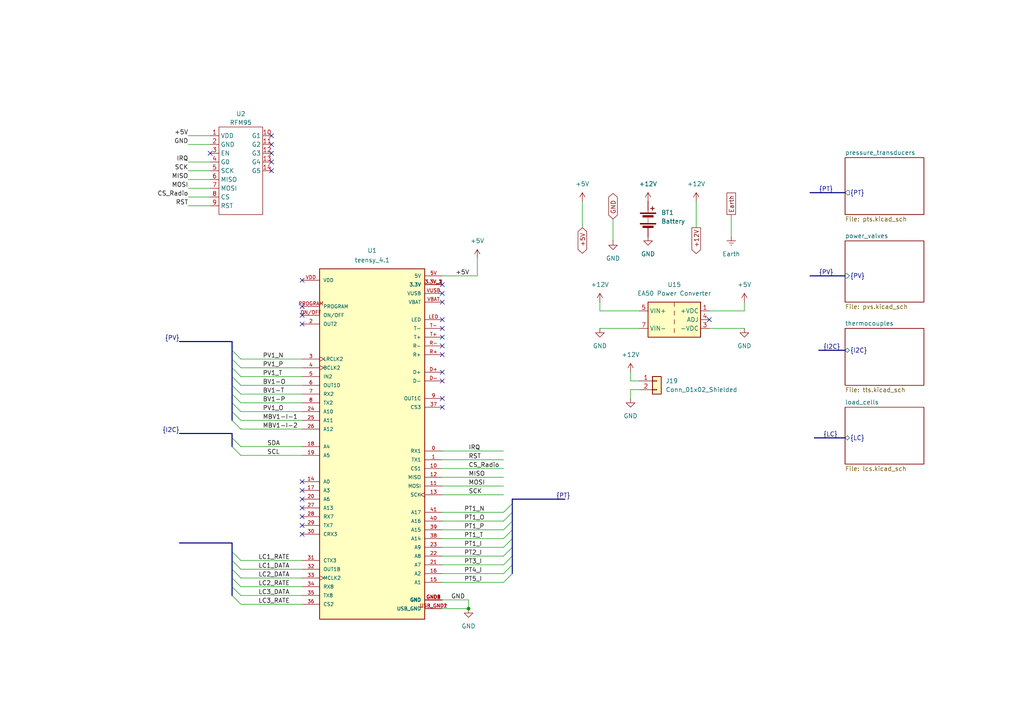
<source format=kicad_sch>
(kicad_sch (version 20231120) (generator "eeschema") (generator_version "8.0")
  (paper "A4")
  (lib_symbols
    (symbol "Connector_Generic:Conn_01x02" (pin_names (offset 1.016) hide)
      (property "Reference" "J" (at 0 2.54 0))
      (property "Value" "Conn_01x02" (at 0 -5.08 0))
      (symbol "Conn_01x02_1_1"
        (rectangle (start -1.27 -2.413) (end 0 -2.667) (stroke (width 0.1524)))
        (rectangle (start -1.27 0.127) (end 0 -0.127) (stroke (width 0.1524)))
        (rectangle (start -1.27 1.27) (end 1.27 -3.81) (stroke (width 0.254)) (fill (type background)))
        (pin passive line (at -5.08 0 0) (length 3.81) (name "Pin_1") (number "1"))
        (pin passive line (at -5.08 -2.54 0) (length 3.81) (name "Pin_2") (number "2"))
      )
    )
    (symbol "Converter_DCDC:Ag9905LP"
      (property "Reference" "U" (at -7.62 7.62 0))
      (property "Value" "Ag9905LP" (at 10.16 7.62 0))
      (symbol "Ag9905LP_0_1"
        (rectangle (start -7.62 5.08) (end 7.62 -5.08) (stroke (width 0.254)) (fill (type background)))
        (polyline (pts (xy 0 -2.54) (xy 0 -3.81)))
        (polyline (pts (xy 0 0) (xy 0 -1.27)))
        (polyline (pts (xy 0 2.54) (xy 0 1.27)))
        (polyline (pts (xy 0 5.08) (xy 0 3.81)))
      )
      (symbol "Ag9905LP_1_1"
        (pin power_out line (at 10.16 2.54 180) (length 2.54) (name "+VDC") (number "1"))
        (pin passive line (at 10.16 2.54 180) (length 2.54) hide (name "+VDC") (number "2"))
        (pin power_out line (at 10.16 -2.54 180) (length 2.54) (name "-VDC") (number "3"))
        (pin passive line (at 10.16 0 180) (length 2.54) (name "ADJ") (number "4"))
        (pin power_in line (at -10.16 2.54 0) (length 2.54) (name "VIN+") (number "5"))
        (pin passive line (at -10.16 2.54 0) (length 2.54) hide (name "VIN+") (number "6"))
        (pin power_in line (at -10.16 -2.54 0) (length 2.54) (name "VIN-") (number "7"))
        (pin passive line (at -10.16 -2.54 0) (length 2.54) hide (name "VIN-") (number "8"))
      )
    )
    (symbol "Device:Battery" (pin_numbers hide) (pin_names (offset 0) hide)
      (property "Reference" "BT" (at 2.54 2.54 0))
      (property "Value" "Battery" (at 2.54 0 0))
      (symbol "Battery_0_1"
        (rectangle (start -2.286 -1.27) (end 2.286 -1.524) (fill (type outline)))
        (rectangle (start -2.286 1.778) (end 2.286 1.524) (fill (type outline)))
        (rectangle (start -1.524 -2.032) (end 1.524 -2.54) (fill (type outline)))
        (rectangle (start -1.524 1.016) (end 1.524 0.508) (fill (type outline)))
        (polyline (pts (xy 0 -1.016) (xy 0 -0.762)))
        (polyline (pts (xy 0 -0.508) (xy 0 -0.254)))
        (polyline (pts (xy 0 0) (xy 0 0.254)))
        (polyline (pts (xy 0 1.778) (xy 0 2.54)))
        (polyline (pts (xy 0.762 3.048) (xy 1.778 3.048)) (stroke (width 0.254)))
        (polyline (pts (xy 1.27 3.556) (xy 1.27 2.54)) (stroke (width 0.254)))
      )
      (symbol "Battery_1_1"
        (pin passive line (at 0 5.08 270) (length 2.54) (name "+") (number "1"))
        (pin passive line (at 0 -5.08 90) (length 2.54) (name "-") (number "2"))
      )
    )
    (symbol "hb_symbol_lib:radio_module_900MHz"
      (property "Reference" "RM" (at 0 0 0))
      (symbol "radio_module_900MHz_0_1"
        (rectangle (start -6.35 -1.27) (end 6.35 -26.67))
      )
      (symbol "radio_module_900MHz_1_1"
        (pin output line (at -8.89 -3.81 0) (length 2.54) (name "VDD") (number "1"))
        (pin bidirectional line (at 8.89 -3.81 180) (length 2.54) (name "G1") (number "10"))
        (pin bidirectional line (at 8.89 -6.35 180) (length 2.54) (name "G2") (number "11"))
        (pin bidirectional line (at 8.89 -8.89 180) (length 2.54) (name "G3") (number "12"))
        (pin bidirectional line (at 8.89 -11.43 180) (length 2.54) (name "G4") (number "13"))
        (pin bidirectional line (at 8.89 -13.97 180) (length 2.54) (name "G5") (number "14"))
        (pin output line (at -8.89 -6.35 0) (length 2.54) (name "GND") (number "2"))
        (pin output line (at -8.89 -8.89 0) (length 2.54) (name "EN") (number "3"))
        (pin bidirectional line (at -8.89 -11.43 0) (length 2.54) (name "G0") (number "4"))
        (pin output line (at -8.89 -13.97 0) (length 2.54) (name "SCK") (number "5"))
        (pin input line (at -8.89 -16.51 0) (length 2.54) (name "MISO") (number "6"))
        (pin output line (at -8.89 -19.05 0) (length 2.54) (name "MOSI") (number "7"))
        (pin output line (at -8.89 -21.59 0) (length 2.54) (name "CS") (number "8"))
        (pin output line (at -8.89 -24.13 0) (length 2.54) (name "RST") (number "9"))
      )
    )
    (symbol "hb_symbol_lib:teensy_4.1" (pin_names (offset 1.016))
      (property "Reference" "U1" (at 0 59.436 0))
      (property "Value" "teensy_4.1" (at 0 56.642 0))
      (symbol "teensy_4.1_0_0"
        (rectangle (start -15.24 54.102) (end 15.24 -47.498) (stroke (width 0.254)) (fill (type background)))
        (pin bidirectional line (at 20.32 1.27 180) (length 5.08) (name "RX1") (number "0"))
        (pin bidirectional line (at 20.32 -1.27 180) (length 5.08) (name "TX1") (number "1"))
        (pin bidirectional line (at 20.32 -3.81 180) (length 5.08) (name "CS1") (number "10"))
        (pin bidirectional line (at 20.32 -8.89 180) (length 5.08) (name "MOSI") (number "11"))
        (pin bidirectional line (at 20.32 -6.35 180) (length 5.08) (name "MISO") (number "12"))
        (pin bidirectional clock (at 20.32 -11.43 180) (length 5.08) (name "SCK") (number "13"))
        (pin bidirectional line (at -20.32 -7.62 0) (length 5.08) (name "A0") (number "14"))
        (pin bidirectional line (at 20.32 -36.83 180) (length 5.08) (name "A1") (number "15"))
        (pin bidirectional line (at 20.32 -34.29 180) (length 5.08) (name "A2") (number "16"))
        (pin bidirectional line (at -20.32 -10.16 0) (length 5.08) (name "A3") (number "17"))
        (pin bidirectional line (at -20.32 2.54 0) (length 5.08) (name "A4") (number "18"))
        (pin bidirectional line (at -20.32 0 0) (length 5.08) (name "A5") (number "19"))
        (pin output line (at -20.32 38.1 0) (length 5.08) (name "OUT2") (number "2"))
        (pin bidirectional line (at -20.32 -12.7 0) (length 5.08) (name "A6") (number "20"))
        (pin bidirectional line (at 20.32 -31.75 180) (length 5.08) (name "A7") (number "21"))
        (pin bidirectional line (at 20.32 -29.21 180) (length 5.08) (name "A8") (number "22"))
        (pin bidirectional line (at 20.32 -26.67 180) (length 5.08) (name "A9") (number "23"))
        (pin bidirectional line (at -20.32 12.7 0) (length 5.08) (name "A10") (number "24"))
        (pin bidirectional line (at -20.32 10.16 0) (length 5.08) (name "A11") (number "25"))
        (pin bidirectional line (at -20.32 7.62 0) (length 5.08) (name "A12") (number "26"))
        (pin bidirectional line (at -20.32 -15.24 0) (length 5.08) (name "A13") (number "27"))
        (pin bidirectional line (at -20.32 -17.78 0) (length 5.08) (name "RX7") (number "28"))
        (pin bidirectional line (at -20.32 -20.32 0) (length 5.08) (name "TX7") (number "29"))
        (pin bidirectional clock (at -20.32 27.94 0) (length 5.08) (name "LRCLK2") (number "3"))
        (pin power_in line (at 20.32 49.53 180) (length 5.08) (name "3.3V") (number "3.3V_1"))
        (pin power_in line (at 20.32 49.53 180) (length 5.08) (name "3.3V") (number "3.3V_2"))
        (pin power_in line (at 20.32 49.53 180) (length 5.08) (name "3.3V") (number "3.3V_3"))
        (pin bidirectional line (at -20.32 -22.86 0) (length 5.08) (name "CRX3") (number "30"))
        (pin bidirectional line (at -20.32 -30.48 0) (length 5.08) (name "CTX3") (number "31"))
        (pin output line (at -20.32 -33.02 0) (length 5.08) (name "OUT1B") (number "32"))
        (pin bidirectional clock (at -20.32 -35.56 0) (length 5.08) (name "MCLK2") (number "33"))
        (pin bidirectional line (at -20.32 -38.1 0) (length 5.08) (name "RX8") (number "34"))
        (pin bidirectional line (at -20.32 -40.64 0) (length 5.08) (name "TX8") (number "35"))
        (pin bidirectional line (at -20.32 -43.18 0) (length 5.08) (name "CS2") (number "36"))
        (pin bidirectional line (at 20.32 13.97 180) (length 5.08) (name "CS3") (number "37"))
        (pin bidirectional line (at 20.32 -24.13 180) (length 5.08) (name "A14") (number "38"))
        (pin bidirectional line (at 20.32 -21.59 180) (length 5.08) (name "A15") (number "39"))
        (pin bidirectional clock (at -20.32 25.4 0) (length 5.08) (name "BCLK2") (number "4"))
        (pin bidirectional line (at 20.32 -19.05 180) (length 5.08) (name "A16") (number "40"))
        (pin bidirectional line (at 20.32 -16.51 180) (length 5.08) (name "A17") (number "41"))
        (pin bidirectional line (at -20.32 22.86 0) (length 5.08) (name "IN2") (number "5"))
        (pin power_in line (at 20.32 52.07 180) (length 5.08) (name "5V") (number "5V"))
        (pin output line (at -20.32 20.32 0) (length 5.08) (name "OUT1D") (number "6"))
        (pin bidirectional line (at -20.32 17.78 0) (length 5.08) (name "RX2") (number "7"))
        (pin bidirectional line (at -20.32 15.24 0) (length 5.08) (name "TX2") (number "8"))
        (pin output line (at 20.32 16.51 180) (length 5.08) (name "OUT1C") (number "9"))
        (pin bidirectional line (at 20.32 24.13 180) (length 5.08) (name "D+") (number "D+"))
        (pin bidirectional line (at 20.32 21.59 180) (length 5.08) (name "D-") (number "D-"))
        (pin power_in line (at 20.32 -41.91 180) (length 5.08) (name "GND") (number "GND1"))
        (pin power_in line (at 20.32 -41.91 180) (length 5.08) (name "GND") (number "GND2"))
        (pin power_in line (at 20.32 -41.91 180) (length 5.08) (name "GND") (number "GND3"))
        (pin power_in line (at 20.32 -41.91 180) (length 5.08) (name "GND") (number "GND4"))
        (pin power_in line (at 20.32 -41.91 180) (length 5.08) (name "GND") (number "GND5"))
        (pin bidirectional line (at 20.32 39.37 180) (length 5.08) (name "LED") (number "LED"))
        (pin bidirectional line (at -20.32 40.64 0) (length 5.08) (name "ON/OFF") (number "ON/OFF"))
        (pin bidirectional line (at -20.32 43.18 0) (length 5.08) (name "PROGRAM") (number "PROGRAM"))
        (pin bidirectional line (at 20.32 29.21 180) (length 5.08) (name "R+") (number "R+"))
        (pin bidirectional line (at 20.32 31.75 180) (length 5.08) (name "R-") (number "R-"))
        (pin bidirectional line (at 20.32 34.29 180) (length 5.08) (name "T+") (number "T+"))
        (pin bidirectional line (at 20.32 36.83 180) (length 5.08) (name "T-") (number "T-"))
        (pin power_in line (at 20.32 -44.45 180) (length 5.08) (name "USB_GND") (number "USB_GND1"))
        (pin power_in line (at 20.32 -44.45 180) (length 5.08) (name "USB_GND") (number "USB_GND2"))
        (pin passive line (at 20.32 44.45 180) (length 5.08) (name "VBAT") (number "VBAT"))
        (pin passive line (at 20.32 46.99 180) (length 5.08) (name "VUSB") (number "VUSB"))
      )
      (symbol "teensy_4.1_1_0"
        (pin input line (at -20.32 50.8 0) (length 5.08) (name "VDD") (number "VDD"))
      )
    )
    (symbol "power:+12V" (power) (pin_numbers hide) (pin_names (offset 0) hide)
      (property "Value" "+12V" (at 0 3.556 0))
      (symbol "+12V_0_1"
        (polyline (pts (xy -0.762 1.27) (xy 0 2.54)))
        (polyline (pts (xy 0 0) (xy 0 2.54)))
        (polyline (pts (xy 0 2.54) (xy 0.762 1.27)))
      )
      (symbol "+12V_1_1"
        (pin power_in line (at 0 0 90) (length 0) (name "~") (number "1"))
      )
    )
    (symbol "power:+5V" (power) (pin_numbers hide) (pin_names (offset 0) hide)
      (property "Value" "+5V" (at 0 3.556 0))
      (symbol "+5V_0_1"
        (polyline (pts (xy -0.762 1.27) (xy 0 2.54)))
        (polyline (pts (xy 0 0) (xy 0 2.54)))
        (polyline (pts (xy 0 2.54) (xy 0.762 1.27)))
      )
      (symbol "+5V_1_1"
        (pin power_in line (at 0 0 90) (length 0) (name "~") (number "1"))
      )
    )
    (symbol "power:Earth" (power) (pin_numbers hide) (pin_names (offset 0) hide)
      (property "Value" "Earth" (at 0 -3.81 0))
      (symbol "Earth_0_1"
        (polyline (pts (xy -0.635 -1.905) (xy 0.635 -1.905)))
        (polyline (pts (xy -0.127 -2.54) (xy 0.127 -2.54)))
        (polyline (pts (xy 0 -1.27) (xy 0 0)))
        (polyline (pts (xy 1.27 -1.27) (xy -1.27 -1.27)))
      )
      (symbol "Earth_1_1"
        (pin power_in line (at 0 0 270) (length 0) (name "~") (number "1"))
      )
    )
    (symbol "power:GND" (power) (pin_numbers hide) (pin_names (offset 0) hide)
      (property "Value" "GND" (at 0 -3.81 0))
      (symbol "GND_0_1"
        (polyline (pts (xy 0 0) (xy 0 -1.27) (xy 1.27 -1.27) (xy 0 -2.54) (xy -1.27 -1.27) (xy 0 -1.27)))
      )
      (symbol "GND_1_1"
        (pin power_in line (at 0 0 270) (length 0) (name "~") (number "1"))
      )
    )
  )
  (junction (at 135.89 176.53))
  (no_connect (at 128.27 92.71))
  (no_connect (at 87.63 93.98))
  (no_connect (at 78.74 44.45))
  (no_connect (at 128.27 85.09))
  (no_connect (at 128.27 102.87))
  (no_connect (at 87.63 152.4))
  (no_connect (at 87.63 88.9))
  (no_connect (at 128.27 95.25))
  (no_connect (at 78.74 49.53))
  (no_connect (at 128.27 118.11))
  (no_connect (at 78.74 39.37))
  (no_connect (at 205.74 92.71))
  (no_connect (at 78.74 41.91))
  (no_connect (at 87.63 154.94))
  (no_connect (at 128.27 87.63))
  (no_connect (at 60.96 44.45))
  (no_connect (at 128.27 107.95))
  (no_connect (at 87.63 139.7))
  (no_connect (at 128.27 100.33))
  (no_connect (at 87.63 91.44))
  (no_connect (at 128.27 82.55))
  (no_connect (at 87.63 147.32))
  (no_connect (at 87.63 144.78))
  (no_connect (at 87.63 81.28))
  (no_connect (at 128.27 110.49))
  (no_connect (at 78.74 46.99))
  (no_connect (at 87.63 149.86))
  (no_connect (at 87.63 142.24))
  (no_connect (at 128.27 115.57))
  (no_connect (at 128.27 97.79))
  (bus_entry (at 148.59 163.83) (size -2.54 2.54))
  (bus_entry (at 148.59 161.29) (size -2.54 2.54))
  (bus_entry (at 148.59 151.13) (size -2.54 2.54))
  (bus_entry (at 67.31 101.6) (size 2.54 2.54))
  (bus_entry (at 67.31 104.14) (size 2.54 2.54))
  (bus_entry (at 148.59 146.05) (size -2.54 2.54))
  (bus_entry (at 67.31 127) (size 2.54 2.54))
  (bus_entry (at 67.31 109.22) (size 2.54 2.54))
  (bus_entry (at 67.31 114.3) (size 2.54 2.54))
  (bus_entry (at 67.31 111.76) (size 2.54 2.54))
  (bus_entry (at 67.31 172.72) (size 2.54 2.54))
  (bus_entry (at 67.31 119.38) (size 2.54 2.54))
  (bus_entry (at 67.31 106.68) (size 2.54 2.54))
  (bus_entry (at 67.31 116.84) (size 2.54 2.54))
  (bus_entry (at 148.59 153.67) (size -2.54 2.54))
  (bus_entry (at 67.31 160.02) (size 2.54 2.54))
  (bus_entry (at 67.31 121.92) (size 2.54 2.54))
  (bus_entry (at 67.31 129.54) (size 2.54 2.54))
  (bus_entry (at 67.31 170.18) (size 2.54 2.54))
  (bus_entry (at 148.59 166.37) (size -2.54 2.54))
  (bus_entry (at 148.59 156.21) (size -2.54 2.54))
  (bus_entry (at 148.59 158.75) (size -2.54 2.54))
  (bus_entry (at 67.31 165.1) (size 2.54 2.54))
  (bus_entry (at 67.31 162.56) (size 2.54 2.54))
  (bus_entry (at 148.59 148.59) (size -2.54 2.54))
  (bus_entry (at 67.31 167.64) (size 2.54 2.54))
  (bus (pts (xy 67.31 104.14) (xy 67.31 101.6)))
  (wire (pts (xy 69.85 170.18) (xy 87.63 170.18)))
  (wire (pts (xy 128.27 130.81) (xy 146.05 130.81)))
  (wire (pts (xy 128.27 176.53) (xy 135.89 176.53)))
  (wire (pts (xy 173.99 87.63) (xy 173.99 90.17)))
  (wire (pts (xy 128.27 163.83) (xy 146.05 163.83)))
  (wire (pts (xy 69.85 162.56) (xy 87.63 162.56)))
  (wire (pts (xy 128.27 168.91) (xy 146.05 168.91)))
  (bus (pts (xy 234.95 80.01) (xy 245.11 80.01)))
  (bus (pts (xy 163.83 144.78) (xy 148.59 144.78)))
  (bus (pts (xy 148.59 161.29) (xy 148.59 163.83)))
  (wire (pts (xy 69.85 167.64) (xy 87.63 167.64)))
  (wire (pts (xy 54.61 57.15) (xy 60.96 57.15)))
  (wire (pts (xy 128.27 143.51) (xy 146.05 143.51)))
  (wire (pts (xy 128.27 135.89) (xy 146.05 135.89)))
  (bus (pts (xy 67.31 109.22) (xy 67.31 111.76)))
  (wire (pts (xy 54.61 46.99) (xy 60.96 46.99)))
  (wire (pts (xy 182.88 115.57) (xy 182.88 113.03)))
  (wire (pts (xy 69.85 129.54) (xy 87.63 129.54)))
  (wire (pts (xy 205.74 90.17) (xy 215.9 90.17)))
  (bus (pts (xy 67.31 170.18) (xy 67.31 172.72)))
  (bus (pts (xy 148.59 151.13) (xy 148.59 153.67)))
  (wire (pts (xy 215.9 87.63) (xy 215.9 90.17)))
  (wire (pts (xy 173.99 90.17) (xy 185.42 90.17)))
  (bus (pts (xy 148.59 158.75) (xy 148.59 161.29)))
  (wire (pts (xy 138.43 74.93) (xy 138.43 80.01)))
  (wire (pts (xy 146.05 156.21) (xy 128.27 156.21)))
  (bus (pts (xy 52.07 125.73) (xy 67.31 125.73)))
  (wire (pts (xy 69.85 106.68) (xy 87.63 106.68)))
  (wire (pts (xy 135.89 173.99) (xy 135.89 176.53)))
  (bus (pts (xy 236.22 127) (xy 245.11 127)))
  (bus (pts (xy 67.31 165.1) (xy 67.31 162.56)))
  (wire (pts (xy 69.85 124.46) (xy 87.63 124.46)))
  (wire (pts (xy 212.09 62.23) (xy 212.09 68.58)))
  (bus (pts (xy 148.59 163.83) (xy 148.59 166.37)))
  (wire (pts (xy 138.43 80.01) (xy 128.27 80.01)))
  (bus (pts (xy 237.49 101.6) (xy 245.11 101.6)))
  (bus (pts (xy 148.59 156.21) (xy 148.59 158.75)))
  (wire (pts (xy 128.27 133.35) (xy 146.05 133.35)))
  (wire (pts (xy 128.27 140.97) (xy 146.05 140.97)))
  (bus (pts (xy 67.31 109.22) (xy 67.31 106.68)))
  (wire (pts (xy 69.85 104.14) (xy 87.63 104.14)))
  (wire (pts (xy 69.85 121.92) (xy 87.63 121.92)))
  (wire (pts (xy 173.99 95.25) (xy 185.42 95.25)))
  (wire (pts (xy 182.88 107.95) (xy 182.88 110.49)))
  (wire (pts (xy 69.85 119.38) (xy 87.63 119.38)))
  (wire (pts (xy 54.61 41.91) (xy 60.96 41.91)))
  (wire (pts (xy 54.61 39.37) (xy 60.96 39.37)))
  (wire (pts (xy 205.74 95.25) (xy 215.9 95.25)))
  (wire (pts (xy 69.85 116.84) (xy 87.63 116.84)))
  (wire (pts (xy 146.05 151.13) (xy 128.27 151.13)))
  (bus (pts (xy 67.31 111.76) (xy 67.31 114.3)))
  (wire (pts (xy 54.61 52.07) (xy 60.96 52.07)))
  (bus (pts (xy 67.31 119.38) (xy 67.31 121.92)))
  (bus (pts (xy 148.59 153.67) (xy 148.59 156.21)))
  (wire (pts (xy 54.61 54.61) (xy 60.96 54.61)))
  (bus (pts (xy 67.31 114.3) (xy 67.31 116.84)))
  (wire (pts (xy 168.91 58.42) (xy 168.91 66.04)))
  (bus (pts (xy 148.59 144.78) (xy 148.59 146.05)))
  (wire (pts (xy 69.85 132.08) (xy 87.63 132.08)))
  (bus (pts (xy 67.31 101.6) (xy 67.31 99.06)))
  (wire (pts (xy 177.8 63.5) (xy 177.8 69.85)))
  (bus (pts (xy 67.31 157.48) (xy 52.07 157.48)))
  (wire (pts (xy 69.85 109.22) (xy 87.63 109.22)))
  (wire (pts (xy 128.27 138.43) (xy 146.05 138.43)))
  (bus (pts (xy 148.59 146.05) (xy 148.59 148.59)))
  (wire (pts (xy 146.05 153.67) (xy 128.27 153.67)))
  (wire (pts (xy 69.85 165.1) (xy 87.63 165.1)))
  (bus (pts (xy 67.31 99.06) (xy 52.07 99.06)))
  (wire (pts (xy 69.85 175.26) (xy 87.63 175.26)))
  (bus (pts (xy 67.31 127) (xy 67.31 129.54)))
  (wire (pts (xy 69.85 111.76) (xy 87.63 111.76)))
  (bus (pts (xy 67.31 116.84) (xy 67.31 119.38)))
  (wire (pts (xy 128.27 161.29) (xy 146.05 161.29)))
  (bus (pts (xy 67.31 167.64) (xy 67.31 165.1)))
  (wire (pts (xy 146.05 158.75) (xy 128.27 158.75)))
  (bus (pts (xy 148.59 148.59) (xy 148.59 151.13)))
  (wire (pts (xy 182.88 113.03) (xy 185.42 113.03)))
  (bus (pts (xy 234.95 55.88) (xy 245.11 55.88)))
  (wire (pts (xy 128.27 173.99) (xy 135.89 173.99)))
  (bus (pts (xy 67.31 162.56) (xy 67.31 160.02)))
  (wire (pts (xy 69.85 114.3) (xy 87.63 114.3)))
  (wire (pts (xy 146.05 148.59) (xy 128.27 148.59)))
  (wire (pts (xy 54.61 49.53) (xy 60.96 49.53)))
  (bus (pts (xy 67.31 167.64) (xy 67.31 170.18)))
  (bus (pts (xy 67.31 160.02) (xy 67.31 157.48)))
  (wire (pts (xy 54.61 59.69) (xy 60.96 59.69)))
  (wire (pts (xy 182.88 110.49) (xy 185.42 110.49)))
  (bus (pts (xy 67.31 125.73) (xy 67.31 127)))
  (wire (pts (xy 201.93 58.42) (xy 201.93 66.04)))
  (wire (pts (xy 128.27 166.37) (xy 146.05 166.37)))
  (bus (pts (xy 67.31 106.68) (xy 67.31 104.14)))
  (wire (pts (xy 69.85 172.72) (xy 87.63 172.72)))
  (label "PT4_I" (at 134.62 166.37 0))
  (label "LC1_DATA" (at 74.93 165.1 0))
  (label "PT2_I" (at 134.62 161.29 0))
  (label "+5V" (at 132.08 80.01 0))
  (label "PT1_O" (at 134.62 151.13 0))
  (label "{I2C}" (at 52.07 125.73 180))
  (label "LC2_DATA" (at 74.93 167.64 0))
  (label "LC2_RATE" (at 74.93 170.18 0))
  (label "{PV}" (at 52.07 99.06 180))
  (label "PT5_I" (at 134.62 168.91 0))
  (label "{PT}" (at 237.49 55.88 0))
  (label "LC3_RATE" (at 74.93 175.26 0))
  (label "PV1_T" (at 76.2 109.22 0))
  (label "CS_Radio" (at 54.61 57.15 180))
  (label "RST" (at 135.89 133.35 0))
  (label "PT3_I" (at 134.62 163.83 0))
  (label "PV1_N" (at 76.2 104.14 0))
  (label "PV1_O" (at 76.2 119.38 0))
  (label "SCL" (at 77.47 132.08 0))
  (label "+5V" (at 54.61 39.37 180))
  (label "GND" (at 130.81 173.99 0))
  (label "PT1_N" (at 134.62 148.59 0))
  (label "GND" (at 54.61 41.91 180))
  (label "{I2C}" (at 238.76 101.6 0))
  (label "SCK" (at 54.61 49.53 180))
  (label "BV1-O" (at 76.2 111.76 0))
  (label "PT1_P" (at 134.62 153.67 0))
  (label "MOSI" (at 54.61 54.61 180))
  (label "PT1_T" (at 134.62 156.21 0))
  (label "{PV}" (at 237.49 80.01 0))
  (label "RST" (at 54.61 59.69 180))
  (label "MBV1-I-2" (at 76.2 124.46 0))
  (label "PV1_P" (at 76.2 106.68 0))
  (label "IRQ" (at 135.89 130.81 0))
  (label "MISO" (at 135.89 138.43 0))
  (label "SCK" (at 135.89 143.51 0))
  (label "BV1-P" (at 76.2 116.84 0))
  (label "LC1_RATE" (at 74.93 162.56 0))
  (label "BV1-T" (at 76.2 114.3 0))
  (label "LC3_DATA" (at 74.93 172.72 0))
  (label "MBV1-I-1" (at 76.2 121.92 0))
  (label "{PT}" (at 161.29 144.78 0))
  (label "PT1_I" (at 134.62 158.75 0))
  (label "MOSI" (at 135.89 140.97 0))
  (label "SDA" (at 77.47 129.54 0))
  (label "{LC}" (at 238.76 127 0))
  (label "MISO" (at 54.61 52.07 180))
  (label "IRQ" (at 54.61 46.99 180))
  (label "CS_Radio" (at 135.89 135.89 0))
  (global_label "GND" (shape bidirectional) (at 177.8 63.5 90) (property "Intersheetrefs" "${INTERSHEET_REFS}" (effects (hide yes))))
  (global_label "+5V" (shape bidirectional) (at 168.91 66.04 270) (property "Intersheetrefs" "${INTERSHEET_REFS}" (effects (hide yes))))
  (global_label "+12V" (shape output) (at 201.93 66.04 270) (property "Intersheetrefs" "${INTERSHEET_REFS}" (effects (hide yes))))
  (global_label "Earth" (shape passive) (at 212.09 62.23 90) (property "Intersheetrefs" "${INTERSHEET_REFS}" (effects (hide yes))))
  (symbol (lib_id "power:+5V") (at 138.43 74.93 0) (unit 1)
    (property "Reference" "#PWR01" (effects (hide yes)))
    (property "Value" "+5V" (at 138.43 69.85 0))
    (property "Description" "Power symbol creates a global label with name \"+5V\"" (effects (hide yes)))
  )
  (symbol (lib_id "power:+12V") (at 201.93 58.42 0) (unit 1)
    (property "Reference" "#PWR028" (effects (hide yes)))
    (property "Value" "+12V" (at 201.93 53.34 0))
    (property "Description" "Power symbol creates a global label with name \"+12V\"" (effects (hide yes)))
  )
  (symbol (lib_id "Device:Battery") (at 187.96 63.5 0) (unit 1) (on_board no)
    (property "Reference" "BT1" (at 191.77 61.6584 0) (effects (justify left)))
    (property "Value" "Battery" (at 191.77 64.1984 0) (effects (justify left)))
    (property "Datasheet" "https://www.amazon.com/ExpertPower-EXP1270-Rechargeable-Lead-Battery/dp/B003S1RQ2S/ref=sr_1_7?crid=1JHK8EXIGQQ7H&dib=eyJ2IjoiMSJ9.tPjFFP7jkCl5qY3Rv_IoV_hrAXuqe_qS8_vOgY1n_s_uEHBbHhYznYA_toMfjEW-Dj32IoUz4UqSUoxeb17ccL9X9B4Mi-qaM9l6Q_wPe5mSoPkmDc7BbHfr6LluB8sAfzSOalknZIUhQDeLWYhPPm-lppKOv85oy8zFNLJNXNFV5_oO3gMLAfMdoAjpPBmcuAPeCC77ASp8y58Gle43Z_qDCBN1C3UNsinaIqbRqreriTgFaOGKeNoKIHDsd2wL6t2SmdBlXikEdUnwhCJTEv1pt-KWL6ZCnia4NrYCXvIuRyaNWSEfat3QNTRB-xf8-Ebv6x3DpKsdJLfvxM9UOQWQti3XMp0F48lPROoutZg.4e0Z-tOi5nXgAY1xIeXtXvJCRX9MtSnw_4xDpxFnca0&dib_tag=se&keywords=12v%2Bbattery&qid=1741645307&s=automotive&sprefix=12v%2Bbattery%2Cautomotive%2C163&sr=1-7&th=1" (effects (hide yes)))
    (property "Description" "ExpertPower 12v 7ah Rechargeable Sealed Lead Acid Battery" (effects (hide yes)))
  )
  (symbol (lib_id "power:+12V") (at 182.88 107.95 0) (unit 1)
    (property "Reference" "#PWR049" (effects (hide yes)))
    (property "Value" "+12V" (at 182.88 102.87 0))
    (property "Description" "Power symbol creates a global label with name \"+12V\"" (effects (hide yes)))
  )
  (symbol (lib_id "hb_symbol_lib:teensy_4.1") (at 107.95 132.08 0) (unit 1) (in_bom no)
    (property "Reference" "U1" (at 107.95 72.644 0))
    (property "Value" "teensy_4.1" (at 107.95 75.438 0))
    (property "Footprint" "hb_footprint_lib:teensy4.1" (effects (hide yes)))
    (property "MF" "SparkFun Electronics" (effects (hide yes)))
    (property "MAXIMUM_PACKAGE_HEIGHT" "4.07mm" (effects (hide yes)))
    (property "Package" "None" (effects (hide yes)))
    (property "Price" "None" (effects (hide yes)))
    (property "Check_prices" "https://www.snapeda.com/parts/DEV-16771/SparkFun+Electronics/view-part/?ref=eda" (effects (hide yes)))
    (property "STANDARD" "Manufacturer recommendations" (effects (hide yes)))
    (property "PARTREV" "4.1" (effects (hide yes)))
    (property "SnapEDA_Link" "https://www.snapeda.com/parts/DEV-16771/SparkFun+Electronics/view-part/?ref=snap" (effects (hide yes)))
    (property "MP" "DEV-16771" (effects (hide yes)))
    (property "Description_1" "\n                        \n                            RT1062 Teensy 4.1 series ARM® Cortex®-M7 MPU Embedded Evaluation Board\n                        \n" (effects (hide yes)))
    (property "Availability" "In Stock" (effects (hide yes)))
    (property "MANUFACTURER" "SparkFun Electronics" (effects (hide yes)))
  )
  (symbol (lib_id "power:GND") (at 187.96 68.58 0) (unit 1)
    (property "Reference" "#PWR027" (effects (hide yes)))
    (property "Value" "GND" (at 187.96 73.66 0))
    (property "Description" "Power symbol creates a global label with name \"GND\" , ground" (effects (hide yes)))
  )
  (symbol (lib_id "power:GND") (at 177.8 69.85 0) (unit 1)
    (property "Reference" "#PWR016" (effects (hide yes)))
    (property "Value" "GND" (at 177.8 74.93 0))
    (property "Description" "Power symbol creates a global label with name \"GND\" , ground" (effects (hide yes)))
  )
  (symbol (lib_id "Converter_DCDC:Ag9905LP") (at 195.58 92.71 0) (unit 1) (on_board no)
    (property "Reference" "U15" (at 195.58 82.55 0))
    (property "Value" "EA50 Power Converter" (at 195.58 85.09 0))
    (property "Datasheet" "https://www.amazon.com/EPBOWPT-Converter-Regulator-Supply-Transformer/dp/B01M03288J/ref=sr_1_8?crid=319ROMQ48GEIS&dib=eyJ2IjoiMSJ9.MOFGVt_gYJa_sRkeExrvaocKk-1KyEwUz61HleLKENfqK0QijmQQkoy1MTlK0emOfTkhLpeT7EbKw14UHy6VtTFk9W6niHLmNekxtQw75sHQX9-ykt-Kc0xlonP0UJ1wDOnqY5HoreLRVitFi4haWklBqw45Bbek8MXLUh7m_oRybSMIw_bEAwNOb7DoV2Z8OpAH1GLVnXlCFN4QnVDUTWYWgXbbnCTaxFMHcldSnFEfCoaHiAUFLlGUy4LzEAwyWMtNAPNJKxlKDhNRMxufU0d5tHKr0gnpkKpseoN8orwdLnQNq-KJyDIejkYojzIkm7UR6z-geDbfb7YMeFBJ3_iOx1LvB6d9CtQCtfMmEJQ.BzAZiZxpuOjYGYkgUasBhWN1dsYIzqdgf68EJnNXsY0&dib_tag=se&keywords=12v+to+5v+Converter&qid=1743369786&s=electronics&sprefix=12v+to+5v+converter%2Celectronics%2C142&sr=1-8" (effects (hide yes)))
  )
  (symbol (lib_id "power:GND") (at 182.88 115.57 0) (unit 1)
    (property "Reference" "#PWR050" (effects (hide yes)))
    (property "Value" "GND" (at 182.88 120.65 0))
    (property "Description" "Power symbol creates a global label with name \"GND\" , ground" (effects (hide yes)))
  )
  (symbol (lib_id "hb_symbol_lib:radio_module_900MHz") (at 69.85 35.56 0) (unit 1)
    (property "Reference" "U2" (at 69.85 33.02 0))
    (property "Value" "RFM95" (at 69.85 35.56 0))
    (property "Footprint" "hb_footprint_lib:rfm95_connector" (effects (hide yes)))
    (property "Datasheet" "https://learn.adafruit.com/adafruit-rfm69hcw-and-rfm96-rfm95-rfm98-lora-packet-padio-breakouts/overview" (effects (hide yes)))
  )
  (symbol (lib_id "power:GND") (at 135.89 176.53 0) (unit 1)
    (property "Reference" "#PWR015" (effects (hide yes)))
    (property "Value" "GND" (at 135.89 181.61 0))
    (property "Description" "Power symbol creates a global label with name \"GND\" , ground" (effects (hide yes)))
  )
  (symbol (lib_id "power:+5V") (at 168.91 58.42 0) (unit 1)
    (property "Reference" "#PWR02" (effects (hide yes)))
    (property "Value" "+5V" (at 168.91 53.34 0))
    (property "Description" "Power symbol creates a global label with name \"+5V\"" (effects (hide yes)))
  )
  (symbol (lib_id "power:+12V") (at 187.96 58.42 0) (unit 1)
    (property "Reference" "#PWR026" (effects (hide yes)))
    (property "Value" "+12V" (at 187.96 53.34 0))
    (property "Description" "Power symbol creates a global label with name \"+12V\"" (effects (hide yes)))
  )
  (symbol (lib_id "power:+5V") (at 215.9 87.63 0) (unit 1)
    (property "Reference" "#PWR038" (effects (hide yes)))
    (property "Value" "+5V" (at 215.9 82.55 0))
    (property "Description" "Power symbol creates a global label with name \"+5V\"" (effects (hide yes)))
  )
  (symbol (lib_id "Connector_Generic:Conn_01x02") (at 190.5 110.49 0) (unit 1)
    (property "Reference" "J19" (at 193.04 110.4899 0) (effects (justify left)))
    (property "Value" "Conn_01x02_Shielded" (at 193.04 113.0299 0) (effects (justify left)))
    (property "Footprint" "hb_footprint_lib:AMASS_XT60PW-M" (effects (hide yes)))
    (property "Datasheet" "https://www.lcsc.com/datasheet/lcsc_datasheet_2401181031_Changzhou-Amass-Elec-XT60PW-M_C98732.pdf" (effects (hide yes)))
    (property "Description" "Changzhou Amass Elec XT60PW-M" (effects (hide yes)))
    (property "Manufacturer" "Changzhou Amass Elec" (effects (hide yes)))
    (property "Manufacturer Part #" "XT60PW-M" (effects (hide yes)))
    (property "Supplier" "LCSC" (effects (hide yes)))
    (property "Supplier Part #" "C98732" (effects (hide yes)))
    (property "Unit Cost" "0.59" (effects (hide yes)))
    (property "Cost @ Qty" "0.59" (effects (hide yes)))
  )
  (symbol (lib_id "power:+12V") (at 173.99 87.63 0) (unit 1)
    (property "Reference" "#PWR036" (effects (hide yes)))
    (property "Value" "+12V" (at 173.99 82.55 0))
    (property "Description" "Power symbol creates a global label with name \"+12V\"" (effects (hide yes)))
  )
  (symbol (lib_id "power:GND") (at 173.99 95.25 0) (unit 1)
    (property "Reference" "#PWR037" (effects (hide yes)))
    (property "Value" "GND" (at 173.99 100.33 0))
    (property "Description" "Power symbol creates a global label with name \"GND\" , ground" (effects (hide yes)))
  )
  (symbol (lib_id "power:GND") (at 215.9 95.25 0) (unit 1)
    (property "Reference" "#PWR039" (effects (hide yes)))
    (property "Value" "GND" (at 215.9 100.33 0))
    (property "Description" "Power symbol creates a global label with name \"GND\" , ground" (effects (hide yes)))
  )
  (symbol (lib_id "power:Earth") (at 212.09 68.58 0) (unit 1)
    (property "Reference" "#PWR032" (effects (hide yes)))
    (property "Value" "Earth" (at 212.09 73.66 0))
    (property "Description" "Power symbol creates a global label with name \"Earth\"" (effects (hide yes)))
  )
  (sheet (at 245.11 118.11) (size 22.86 16.51) (stroke (width 0.1524))
    (property "Sheetname" "load_cells" (at 245.11 117.3984 0) (effects (justify left bottom)))
    (property "Sheetfile" "lcs.kicad_sch" (at 245.11 135.2046 0) (effects (justify left top)))
    (pin "{LC}" bidirectional (at 245.11 127 180))
  )
  (sheet (at 245.11 45.72) (size 22.86 16.51) (stroke (width 0.1524))
    (property "Sheetname" "pressure_transducers" (at 245.11 45.0084 0) (effects (justify left bottom)))
    (property "Sheetfile" "pts.kicad_sch" (at 245.11 62.8146 0) (effects (justify left top)))
    (pin "{PT}" output (at 245.11 55.88 180))
  )
  (sheet (at 245.11 69.85) (size 22.86 17.78) (stroke (width 0.1524))
    (property "Sheetname" "power_valves" (at 245.11 69.1384 0) (effects (justify left bottom)))
    (property "Sheetfile" "pvs.kicad_sch" (at 245.11 88.2146 0) (effects (justify left top)))
    (pin "{PV}" input (at 245.11 80.01 180))
  )
  (sheet (at 245.11 95.25) (size 22.86 16.51) (stroke (width 0.1524))
    (property "Sheetname" "thermocouples" (at 245.11 94.5384 0) (effects (justify left bottom)))
    (property "Sheetfile" "tts.kicad_sch" (at 245.11 112.3446 0) (effects (justify left top)))
    (pin "{I2C}" bidirectional (at 245.11 101.6 180))
  )
)
</source>
